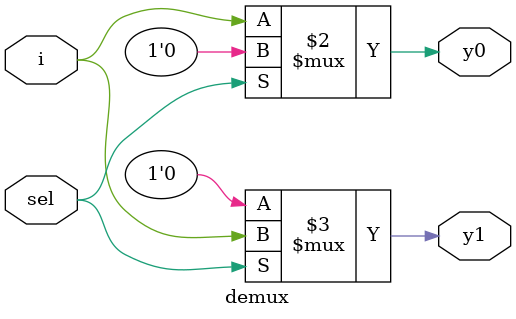
<source format=v>
module demux(input wire i,sel,output wire y0,y1);
assign y0 = (~sel) ? i : 1'b0; 
assign y1 = sel ? i : 1'b0;    
endmodule

</source>
